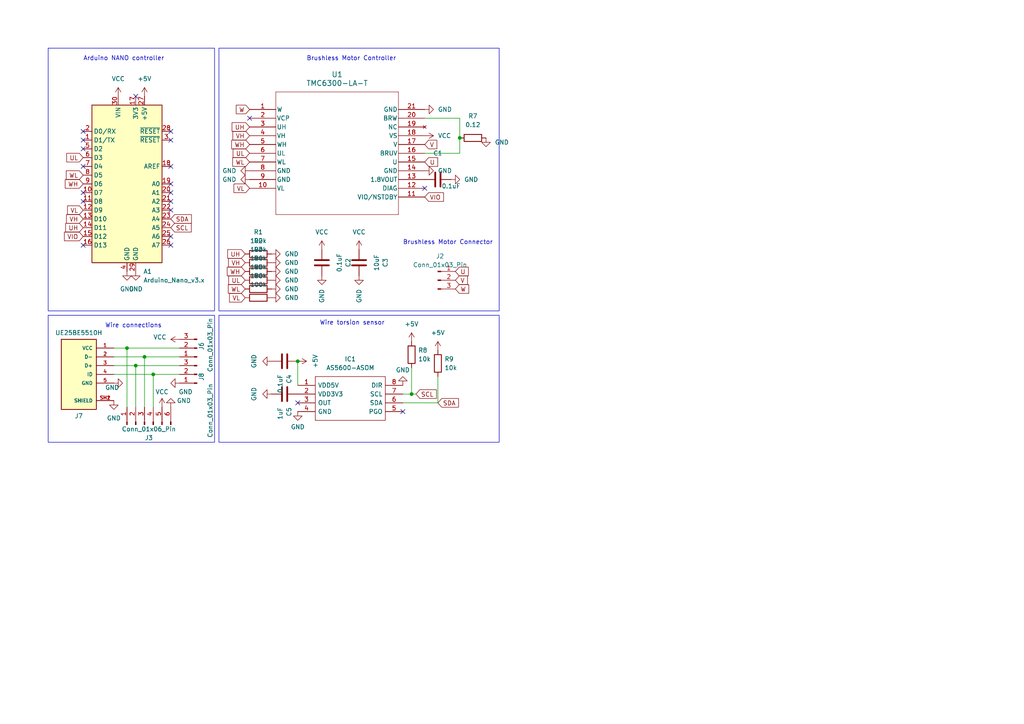
<source format=kicad_sch>
(kicad_sch (version 20230121) (generator eeschema)
  (paper "A4")
  (lib_symbols
    (symbol "AS5600-ASOM:AS5600-ASOM" (pin_names (offset 0.762))
      (property "Reference" "IC" (at 26.67 7.62 0))
      (property "Value" "AS5600-ASOM" (at 26.67 5.08 0))
      (symbol "AS5600-ASOM_0_0"
        (pin passive line (at 0 0 0) (length 5.08) (name "VDD5V") (number "1"))
        (pin passive line (at 0 -2.54 0) (length 5.08) (name "VDD3V3") (number "2"))
        (pin passive line (at 0 -5.08 0) (length 5.08) (name "OUT") (number "3"))
        (pin passive line (at 0 -7.62 0) (length 5.08) (name "GND") (number "4"))
        (pin passive line (at 30.48 -7.62 180) (length 5.08) (name "PGO") (number "5"))
        (pin passive line (at 30.48 -5.08 180) (length 5.08) (name "SDA") (number "6"))
        (pin passive line (at 30.48 -2.54 180) (length 5.08) (name "SCL") (number "7"))
        (pin passive line (at 30.48 0 180) (length 5.08) (name "DIR") (number "8"))
      )
      (symbol "AS5600-ASOM_0_1"
        (polyline (pts (xy 5.08 2.54) (xy 25.4 2.54) (xy 25.4 -10.16) (xy 5.08 -10.16) (xy 5.08 2.54)) (stroke (width 0.1524)))
      )
    )
    (symbol "Connector:Conn_01x03_Pin" (pin_names (offset 1.016) hide)
      (property "Reference" "J" (at 0 5.08 0))
      (property "Value" "Conn_01x03_Pin" (at 0 -5.08 0))
      (symbol "Conn_01x03_Pin_1_1"
        (polyline (pts (xy 1.27 -2.54) (xy 0.8636 -2.54)) (stroke (width 0.1524)))
        (polyline (pts (xy 1.27 0) (xy 0.8636 0)) (stroke (width 0.1524)))
        (polyline (pts (xy 1.27 2.54) (xy 0.8636 2.54)) (stroke (width 0.1524)))
        (rectangle (start 0.8636 -2.413) (end 0 -2.667) (stroke (width 0.1524)) (fill (type outline)))
        (rectangle (start 0.8636 0.127) (end 0 -0.127) (stroke (width 0.1524)) (fill (type outline)))
        (rectangle (start 0.8636 2.667) (end 0 2.413) (stroke (width 0.1524)) (fill (type outline)))
        (pin passive line (at 5.08 2.54 180) (length 3.81) (name "Pin_1") (number "1"))
        (pin passive line (at 5.08 0 180) (length 3.81) (name "Pin_2") (number "2"))
        (pin passive line (at 5.08 -2.54 180) (length 3.81) (name "Pin_3") (number "3"))
      )
    )
    (symbol "Connector:Conn_01x06_Pin" (pin_names (offset 1.016) hide)
      (property "Reference" "J" (at 0 7.62 0))
      (property "Value" "Conn_01x06_Pin" (at 0 -10.16 0))
      (symbol "Conn_01x06_Pin_1_1"
        (polyline (pts (xy 1.27 -7.62) (xy 0.8636 -7.62)) (stroke (width 0.1524)))
        (polyline (pts (xy 1.27 -5.08) (xy 0.8636 -5.08)) (stroke (width 0.1524)))
        (polyline (pts (xy 1.27 -2.54) (xy 0.8636 -2.54)) (stroke (width 0.1524)))
        (polyline (pts (xy 1.27 0) (xy 0.8636 0)) (stroke (width 0.1524)))
        (polyline (pts (xy 1.27 2.54) (xy 0.8636 2.54)) (stroke (width 0.1524)))
        (polyline (pts (xy 1.27 5.08) (xy 0.8636 5.08)) (stroke (width 0.1524)))
        (rectangle (start 0.8636 -7.493) (end 0 -7.747) (stroke (width 0.1524)) (fill (type outline)))
        (rectangle (start 0.8636 -4.953) (end 0 -5.207) (stroke (width 0.1524)) (fill (type outline)))
        (rectangle (start 0.8636 -2.413) (end 0 -2.667) (stroke (width 0.1524)) (fill (type outline)))
        (rectangle (start 0.8636 0.127) (end 0 -0.127) (stroke (width 0.1524)) (fill (type outline)))
        (rectangle (start 0.8636 2.667) (end 0 2.413) (stroke (width 0.1524)) (fill (type outline)))
        (rectangle (start 0.8636 5.207) (end 0 4.953) (stroke (width 0.1524)) (fill (type outline)))
        (pin passive line (at 5.08 5.08 180) (length 3.81) (name "Pin_1") (number "1"))
        (pin passive line (at 5.08 2.54 180) (length 3.81) (name "Pin_2") (number "2"))
        (pin passive line (at 5.08 0 180) (length 3.81) (name "Pin_3") (number "3"))
        (pin passive line (at 5.08 -2.54 180) (length 3.81) (name "Pin_4") (number "4"))
        (pin passive line (at 5.08 -5.08 180) (length 3.81) (name "Pin_5") (number "5"))
        (pin passive line (at 5.08 -7.62 180) (length 3.81) (name "Pin_6") (number "6"))
      )
    )
    (symbol "Device:C" (pin_numbers hide) (pin_names (offset 0.254))
      (property "Reference" "C" (at 0.635 2.54 0))
      (property "Value" "C" (at 0.635 -2.54 0))
      (symbol "C_0_1"
        (polyline (pts (xy -2.032 -0.762) (xy 2.032 -0.762)) (stroke (width 0.508)))
        (polyline (pts (xy -2.032 0.762) (xy 2.032 0.762)) (stroke (width 0.508)))
      )
      (symbol "C_1_1"
        (pin passive line (at 0 3.81 270) (length 2.794) (name "~") (number "1"))
        (pin passive line (at 0 -3.81 90) (length 2.794) (name "~") (number "2"))
      )
    )
    (symbol "Device:R" (pin_numbers hide) (pin_names (offset 0))
      (property "Reference" "R" (at 2.032 0 90))
      (property "Value" "R" (at 0 0 90))
      (symbol "R_0_1"
        (rectangle (start -1.016 -2.54) (end 1.016 2.54) (stroke (width 0.254)))
      )
      (symbol "R_1_1"
        (pin passive line (at 0 3.81 270) (length 1.27) (name "~") (number "1"))
        (pin passive line (at 0 -3.81 90) (length 1.27) (name "~") (number "2"))
      )
    )
    (symbol "MCU_Module:Arduino_Nano_v3.x"
      (property "Reference" "A" (at -10.16 23.495 0))
      (property "Value" "Arduino_Nano_v3.x" (at 5.08 -24.13 0))
      (symbol "Arduino_Nano_v3.x_0_1"
        (rectangle (start -10.16 22.86) (end 10.16 -22.86) (stroke (width 0.254)) (fill (type background)))
      )
      (symbol "Arduino_Nano_v3.x_1_1"
        (pin bidirectional line (at -12.7 12.7 0) (length 2.54) (name "D1/TX") (number "1"))
        (pin bidirectional line (at -12.7 -2.54 0) (length 2.54) (name "D7") (number "10"))
        (pin bidirectional line (at -12.7 -5.08 0) (length 2.54) (name "D8") (number "11"))
        (pin bidirectional line (at -12.7 -7.62 0) (length 2.54) (name "D9") (number "12"))
        (pin bidirectional line (at -12.7 -10.16 0) (length 2.54) (name "D10") (number "13"))
        (pin bidirectional line (at -12.7 -12.7 0) (length 2.54) (name "D11") (number "14"))
        (pin bidirectional line (at -12.7 -15.24 0) (length 2.54) (name "D12") (number "15"))
        (pin bidirectional line (at -12.7 -17.78 0) (length 2.54) (name "D13") (number "16"))
        (pin power_out line (at 2.54 25.4 270) (length 2.54) (name "3V3") (number "17"))
        (pin input line (at 12.7 5.08 180) (length 2.54) (name "AREF") (number "18"))
        (pin bidirectional line (at 12.7 0 180) (length 2.54) (name "A0") (number "19"))
        (pin bidirectional line (at -12.7 15.24 0) (length 2.54) (name "D0/RX") (number "2"))
        (pin bidirectional line (at 12.7 -2.54 180) (length 2.54) (name "A1") (number "20"))
        (pin bidirectional line (at 12.7 -5.08 180) (length 2.54) (name "A2") (number "21"))
        (pin bidirectional line (at 12.7 -7.62 180) (length 2.54) (name "A3") (number "22"))
        (pin bidirectional line (at 12.7 -10.16 180) (length 2.54) (name "A4") (number "23"))
        (pin bidirectional line (at 12.7 -12.7 180) (length 2.54) (name "A5") (number "24"))
        (pin bidirectional line (at 12.7 -15.24 180) (length 2.54) (name "A6") (number "25"))
        (pin bidirectional line (at 12.7 -17.78 180) (length 2.54) (name "A7") (number "26"))
        (pin power_out line (at 5.08 25.4 270) (length 2.54) (name "+5V") (number "27"))
        (pin input line (at 12.7 15.24 180) (length 2.54) (name "~{RESET}") (number "28"))
        (pin power_in line (at 2.54 -25.4 90) (length 2.54) (name "GND") (number "29"))
        (pin input line (at 12.7 12.7 180) (length 2.54) (name "~{RESET}") (number "3"))
        (pin power_in line (at -2.54 25.4 270) (length 2.54) (name "VIN") (number "30"))
        (pin power_in line (at 0 -25.4 90) (length 2.54) (name "GND") (number "4"))
        (pin bidirectional line (at -12.7 10.16 0) (length 2.54) (name "D2") (number "5"))
        (pin bidirectional line (at -12.7 7.62 0) (length 2.54) (name "D3") (number "6"))
        (pin bidirectional line (at -12.7 5.08 0) (length 2.54) (name "D4") (number "7"))
        (pin bidirectional line (at -12.7 2.54 0) (length 2.54) (name "D5") (number "8"))
        (pin bidirectional line (at -12.7 0 0) (length 2.54) (name "D6") (number "9"))
      )
    )
    (symbol "TMC6300:TMC6300-LA-T" (pin_names (offset 0.254))
      (property "Reference" "U" (at 25.4 10.16 0))
      (property "Value" "TMC6300-LA-T" (at 25.4 7.62 0))
      (symbol "TMC6300-LA-T_0_1"
        (polyline (pts (xy 7.62 -30.48) (xy 43.18 -30.48)) (stroke (width 0.127)))
        (polyline (pts (xy 7.62 5.08) (xy 7.62 -30.48)) (stroke (width 0.127)))
        (polyline (pts (xy 43.18 -30.48) (xy 43.18 5.08)) (stroke (width 0.127)))
        (polyline (pts (xy 43.18 5.08) (xy 7.62 5.08)) (stroke (width 0.127)))
        (pin output line (at 0 0 0) (length 7.62) (name "W") (number "1"))
        (pin input line (at 0 -22.86 0) (length 7.62) (name "VL") (number "10"))
        (pin power_in line (at 50.8 -25.4 180) (length 7.62) (name "VIO/NSTDBY") (number "11"))
        (pin output line (at 50.8 -22.86 180) (length 7.62) (name "DIAG") (number "12"))
        (pin power_in line (at 50.8 -20.32 180) (length 7.62) (name "1.8VOUT") (number "13"))
        (pin power_out line (at 50.8 -17.78 180) (length 7.62) (name "GND") (number "14"))
        (pin output line (at 50.8 -15.24 180) (length 7.62) (name "U") (number "15"))
        (pin unspecified line (at 50.8 -12.7 180) (length 7.62) (name "BRUV") (number "16"))
        (pin output line (at 50.8 -10.16 180) (length 7.62) (name "V") (number "17"))
        (pin power_in line (at 50.8 -7.62 180) (length 7.62) (name "VS") (number "18"))
        (pin no_connect line (at 50.8 -5.08 180) (length 7.62) (name "NC") (number "19"))
        (pin power_in line (at 0 -2.54 0) (length 7.62) (name "VCP") (number "2"))
        (pin unspecified line (at 50.8 -2.54 180) (length 7.62) (name "BRW") (number "20"))
        (pin power_out line (at 50.8 0 180) (length 7.62) (name "GND") (number "21"))
        (pin input line (at 0 -5.08 0) (length 7.62) (name "UH") (number "3"))
        (pin input line (at 0 -7.62 0) (length 7.62) (name "VH") (number "4"))
        (pin input line (at 0 -10.16 0) (length 7.62) (name "WH") (number "5"))
        (pin input line (at 0 -12.7 0) (length 7.62) (name "UL") (number "6"))
        (pin input line (at 0 -15.24 0) (length 7.62) (name "WL") (number "7"))
        (pin power_out line (at 0 -17.78 0) (length 7.62) (name "GND") (number "8"))
        (pin power_out line (at 0 -20.32 0) (length 7.62) (name "GND") (number "9"))
      )
    )
    (symbol "USBMini:UE25BE5510H" (pin_names (offset 1.016))
      (property "Reference" "J" (at -5.08 10.922 0))
      (property "Value" "UE25BE5510H" (at -5.08 -12.7 0))
      (symbol "UE25BE5510H_0_0"
        (rectangle (start -5.08 -10.16) (end 5.08 10.16) (stroke (width 0.254)) (fill (type background)))
        (pin power_in line (at -10.16 7.62 0) (length 5.08) (name "VCC") (number "1"))
        (pin bidirectional line (at -10.16 5.08 0) (length 5.08) (name "D-") (number "2"))
        (pin bidirectional line (at -10.16 2.54 0) (length 5.08) (name "D+") (number "3"))
        (pin passive line (at -10.16 0 0) (length 5.08) (name "ID") (number "4"))
        (pin power_in line (at -10.16 -2.54 0) (length 5.08) (name "GND") (number "5"))
        (pin passive line (at -10.16 -7.62 0) (length 5.08) (name "SHIELD") (number "SH1"))
        (pin passive line (at -10.16 -7.62 0) (length 5.08) (name "SHIELD") (number "SH2"))
      )
    )
    (symbol "power:+5V" (power) (pin_names (offset 0))
      (property "Value" "+5V" (at 0 3.556 0))
      (symbol "+5V_0_1"
        (polyline (pts (xy -0.762 1.27) (xy 0 2.54)))
        (polyline (pts (xy 0 0) (xy 0 2.54)))
        (polyline (pts (xy 0 2.54) (xy 0.762 1.27)))
      )
      (symbol "+5V_1_1"
        (pin power_in line (at 0 0 90) (length 0) hide (name "+5V") (number "1"))
      )
    )
    (symbol "power:GND" (power) (pin_names (offset 0))
      (property "Value" "GND" (at 0 -3.81 0))
      (symbol "GND_0_1"
        (polyline (pts (xy 0 0) (xy 0 -1.27) (xy 1.27 -1.27) (xy 0 -2.54) (xy -1.27 -1.27) (xy 0 -1.27)))
      )
      (symbol "GND_1_1"
        (pin power_in line (at 0 0 270) (length 0) hide (name "GND") (number "1"))
      )
    )
    (symbol "power:VCC" (power) (pin_names (offset 0))
      (property "Value" "VCC" (at 0 3.81 0))
      (symbol "VCC_0_1"
        (polyline (pts (xy -0.762 1.27) (xy 0 2.54)))
        (polyline (pts (xy 0 0) (xy 0 2.54)))
        (polyline (pts (xy 0 2.54) (xy 0.762 1.27)))
      )
      (symbol "VCC_1_1"
        (pin power_in line (at 0 0 90) (length 0) hide (name "VCC") (number "1"))
      )
    )
  )
  (junction (at 86.36 104.775))
  (junction (at 39.37 106.045))
  (junction (at 36.83 100.965))
  (junction (at 119.38 114.3))
  (junction (at 41.91 103.505))
  (junction (at 133.35 40.005))
  (junction (at 44.45 108.585))
  (no_connect (at 49.53 60.96))
  (no_connect (at 39.37 27.94))
  (no_connect (at 49.53 58.42))
  (no_connect (at 24.13 40.64))
  (no_connect (at 86.36 116.84))
  (no_connect (at 24.13 48.26))
  (no_connect (at 24.13 71.12))
  (no_connect (at 24.13 58.42))
  (no_connect (at 24.13 55.88))
  (no_connect (at 49.53 71.12))
  (no_connect (at 49.53 53.34))
  (no_connect (at 116.84 119.38))
  (no_connect (at 49.53 55.88))
  (no_connect (at 24.13 38.1))
  (no_connect (at 123.19 54.61))
  (no_connect (at 49.53 68.58))
  (no_connect (at 49.53 40.64))
  (no_connect (at 49.53 48.26))
  (no_connect (at 72.39 34.29))
  (no_connect (at 24.13 43.18))
  (no_connect (at 49.53 38.1))
  (wire (pts (xy 44.45 108.585) (xy 52.07 108.585)))
  (wire (pts (xy 36.83 100.965) (xy 36.83 118.11)))
  (wire (pts (xy 39.37 106.045) (xy 39.37 118.11)))
  (wire (pts (xy 44.45 108.585) (xy 44.45 118.11)))
  (wire (pts (xy 133.35 34.29) (xy 133.35 40.005)))
  (wire (pts (xy 39.37 106.045) (xy 52.07 106.045)))
  (wire (pts (xy 36.83 100.965) (xy 52.07 100.965)))
  (wire (pts (xy 33.02 108.585) (xy 44.45 108.585)))
  (wire (pts (xy 33.02 100.965) (xy 36.83 100.965)))
  (wire (pts (xy 123.19 34.29) (xy 133.35 34.29)))
  (wire (pts (xy 119.38 106.68) (xy 119.38 114.3)))
  (wire (pts (xy 133.35 40.005) (xy 133.35 44.45)))
  (wire (pts (xy 33.02 103.505) (xy 41.91 103.505)))
  (wire (pts (xy 127 116.84) (xy 116.84 116.84)))
  (wire (pts (xy 119.38 114.3) (xy 120.65 114.3)))
  (wire (pts (xy 41.91 118.11) (xy 41.91 103.505)))
  (wire (pts (xy 127 109.22) (xy 127 116.84)))
  (wire (pts (xy 86.36 104.775) (xy 86.36 111.76)))
  (wire (pts (xy 116.84 114.3) (xy 119.38 114.3)))
  (wire (pts (xy 133.35 44.45) (xy 123.19 44.45)))
  (wire (pts (xy 33.02 106.045) (xy 39.37 106.045)))
  (wire (pts (xy 41.91 103.505) (xy 52.07 103.505)))
  (rectangle (start 63.5 91.44) (end 144.78 128.27))
  (rectangle (start 13.97 91.44) (end 62.23 128.27))
  (rectangle (start 13.97 13.97) (end 62.23 90.17))
  (rectangle (start 63.5 13.97) (end 144.78 90.17))
  (text "Arduino NANO controller" (at 24.13 17.78 0) (effects (font (size 1.27 1.27)) (justify left bottom)))
  (text "Wire connections\n" (at 30.48 95.25 0) (effects (font (size 1.27 1.27)) (justify left bottom)))
  (text "Brushless Motor Controller" (at 88.9 17.78 0) (effects (font (size 1.27 1.27)) (justify left bottom)))
  (text "Wire torsion sensor\n\n" (at 92.71 96.52 0) (effects (font (size 1.27 1.27)) (justify left bottom)))
  (text "Brushless Motor Connector\n" (at 116.84 71.12 0) (effects (font (size 1.27 1.27)) (justify left bottom)))
  (global_label "WL" (shape input) (at 24.13 50.8 180) (property "Intersheetrefs" "${INTERSHEET_REFS}" (effects hide)))
  (global_label "VL" (shape input) (at 71.12 86.36 180) (property "Intersheetrefs" "${INTERSHEET_REFS}" (effects hide)))
  (global_label "WL" (shape input) (at 71.12 83.82 180) (property "Intersheetrefs" "${INTERSHEET_REFS}" (effects hide)))
  (global_label "V" (shape input) (at 123.19 41.91 0) (property "Intersheetrefs" "${INTERSHEET_REFS}" (effects hide)))
  (global_label "UH" (shape input) (at 72.39 36.83 180) (property "Intersheetrefs" "${INTERSHEET_REFS}" (effects hide)))
  (global_label "UH" (shape input) (at 24.13 66.04 180) (property "Intersheetrefs" "${INTERSHEET_REFS}" (effects hide)))
  (global_label "W" (shape input) (at 72.39 31.75 180) (property "Intersheetrefs" "${INTERSHEET_REFS}" (effects hide)))
  (global_label "WH" (shape input) (at 71.12 78.74 180) (property "Intersheetrefs" "${INTERSHEET_REFS}" (effects hide)))
  (global_label "UL" (shape input) (at 71.12 81.28 180) (property "Intersheetrefs" "${INTERSHEET_REFS}" (effects hide)))
  (global_label "UL" (shape input) (at 24.13 45.72 180) (property "Intersheetrefs" "${INTERSHEET_REFS}" (effects hide)))
  (global_label "WH" (shape input) (at 24.13 53.34 180) (property "Intersheetrefs" "${INTERSHEET_REFS}" (effects hide)))
  (global_label "VL" (shape input) (at 72.39 54.61 180) (property "Intersheetrefs" "${INTERSHEET_REFS}" (effects hide)))
  (global_label "SDA" (shape input) (at 127 116.84 0) (property "Intersheetrefs" "${INTERSHEET_REFS}" (effects hide)))
  (global_label "SCL" (shape input) (at 120.65 114.3 0) (property "Intersheetrefs" "${INTERSHEET_REFS}" (effects hide)))
  (global_label "V" (shape input) (at 132.08 81.28 0) (property "Intersheetrefs" "${INTERSHEET_REFS}" (effects hide)))
  (global_label "SDA" (shape input) (at 49.53 63.5 0) (property "Intersheetrefs" "${INTERSHEET_REFS}" (effects hide)))
  (global_label "UL" (shape input) (at 72.39 44.45 180) (property "Intersheetrefs" "${INTERSHEET_REFS}" (effects hide)))
  (global_label "WL" (shape input) (at 72.39 46.99 180) (property "Intersheetrefs" "${INTERSHEET_REFS}" (effects hide)))
  (global_label "VH" (shape input) (at 71.12 76.2 180) (property "Intersheetrefs" "${INTERSHEET_REFS}" (effects hide)))
  (global_label "VIO" (shape input) (at 123.19 57.15 0) (property "Intersheetrefs" "${INTERSHEET_REFS}" (effects hide)))
  (global_label "VIO" (shape input) (at 24.13 68.58 180) (property "Intersheetrefs" "${INTERSHEET_REFS}" (effects hide)))
  (global_label "VH" (shape input) (at 72.39 39.37 180) (property "Intersheetrefs" "${INTERSHEET_REFS}" (effects hide)))
  (global_label "W" (shape input) (at 132.08 83.82 0) (property "Intersheetrefs" "${INTERSHEET_REFS}" (effects hide)))
  (global_label "SCL" (shape input) (at 49.53 66.04 0) (property "Intersheetrefs" "${INTERSHEET_REFS}" (effects hide)))
  (global_label "UH" (shape input) (at 71.12 73.66 180) (property "Intersheetrefs" "${INTERSHEET_REFS}" (effects hide)))
  (global_label "U" (shape input) (at 123.19 46.99 0) (property "Intersheetrefs" "${INTERSHEET_REFS}" (effects hide)))
  (global_label "U" (shape input) (at 132.08 78.74 0) (property "Intersheetrefs" "${INTERSHEET_REFS}" (effects hide)))
  (global_label "WH" (shape input) (at 72.39 41.91 180) (property "Intersheetrefs" "${INTERSHEET_REFS}" (effects hide)))
  (global_label "VL" (shape input) (at 24.13 60.96 180) (property "Intersheetrefs" "${INTERSHEET_REFS}" (effects hide)))
  (global_label "VH" (shape input) (at 24.13 63.5 180) (property "Intersheetrefs" "${INTERSHEET_REFS}" (effects hide)))
  (symbol (lib_id "Device:C") (at 82.55 114.3 270) (unit 1)
    (property "Reference" "C5" (at 83.82 118.11 0) (effects (justify left)))
    (property "Value" "1uF" (at 81.28 118.11 0) (effects (justify left)))
    (property "Footprint" "Capacitor_SMD:C_0805_2012Metric" (effects hide))
  )
  (symbol (lib_id "Device:R") (at 74.93 76.2 90) (unit 1)
    (property "Reference" "R2" (at 74.93 69.85 90))
    (property "Value" "100k" (at 74.93 72.39 90))
    (property "Footprint" "Resistor_SMD:R_0805_2012Metric" (effects hide))
  )
  (symbol (lib_id "power:VCC") (at 104.14 72.39 0) (unit 1)
    (property "Reference" "#PWR025" (effects hide))
    (property "Value" "VCC" (at 104.14 67.31 0))
  )
  (symbol (lib_id "power:VCC") (at 123.19 39.37 270) (unit 1)
    (property "Reference" "#PWR020" (effects hide))
    (property "Value" "VCC" (at 127 39.37 90) (effects (justify left)))
  )
  (symbol (lib_id "power:+5V") (at 41.91 27.94 0) (unit 1)
    (property "Reference" "#PWR027" (effects hide))
    (property "Value" "+5V" (at 41.91 22.86 0))
  )
  (symbol (lib_id "MCU_Module:Arduino_Nano_v3.x") (at 36.83 53.34 0) (unit 1)
    (property "Reference" "A1" (at 41.5641 78.74 0) (effects (justify left)))
    (property "Value" "Arduino_Nano_v3.x" (at 41.5641 81.28 0) (effects (justify left)))
    (property "Footprint" "EveryNano:Arduino_Nano_pads" (effects hide))
    (property "Datasheet" "http://www.mouser.com/pdfdocs/Gravitech_Arduino_Nano3_0.pdf" (effects hide))
  )
  (symbol (lib_id "Device:C") (at 93.345 76.2 0) (unit 1)
    (property "Reference" "C2" (at 100.965 76.2 90))
    (property "Value" "0.1uF" (at 98.425 76.2 90))
    (property "Footprint" "Capacitor_SMD:C_0805_2012Metric" (effects hide))
  )
  (symbol (lib_id "Device:R") (at 127 105.41 180) (unit 1)
    (property "Reference" "R9" (at 128.905 104.14 0) (effects (justify right)))
    (property "Value" "10k" (at 128.905 106.68 0) (effects (justify right)))
    (property "Footprint" "Resistor_SMD:R_0805_2012Metric" (effects hide))
  )
  (symbol (lib_id "power:GND") (at 78.74 73.66 90) (unit 1)
    (property "Reference" "#PWR010" (effects hide))
    (property "Value" "GND" (at 82.55 73.66 90) (effects (justify right)))
  )
  (symbol (lib_id "power:GND") (at 104.14 80.01 0) (unit 1)
    (property "Reference" "#PWR023" (effects hide))
    (property "Value" "GND" (at 104.14 83.82 90) (effects (justify right)))
  )
  (symbol (lib_id "power:GND") (at 78.74 114.3 270) (unit 1)
    (property "Reference" "#PWR030" (effects hide))
    (property "Value" "GND" (at 73.66 114.3 0))
  )
  (symbol (lib_id "Device:C") (at 127 52.07 90) (unit 1)
    (property "Reference" "C1" (at 127 44.45 90))
    (property "Value" "0.1uF" (at 130.81 53.975 90))
    (property "Footprint" "Capacitor_SMD:C_0805_2012Metric" (effects hide))
  )
  (symbol (lib_id "power:GND") (at 78.74 78.74 90) (unit 1)
    (property "Reference" "#PWR012" (effects hide))
    (property "Value" "GND" (at 82.55 78.74 90) (effects (justify right)))
  )
  (symbol (lib_id "Device:R") (at 137.16 40.005 90) (unit 1)
    (property "Reference" "R7" (at 137.16 33.655 90))
    (property "Value" "0.12" (at 137.16 36.195 90))
    (property "Footprint" "Resistor_SMD:R_0805_2012Metric" (effects hide))
  )
  (symbol (lib_id "Device:R") (at 74.93 81.28 90) (unit 1)
    (property "Reference" "R4" (at 74.93 74.93 90))
    (property "Value" "100k" (at 74.93 77.47 90))
    (property "Footprint" "Resistor_SMD:R_0805_2012Metric" (effects hide))
  )
  (symbol (lib_id "Device:C") (at 104.14 76.2 0) (unit 1)
    (property "Reference" "C3" (at 111.76 76.2 90))
    (property "Value" "10uF" (at 109.22 76.2 90))
    (property "Footprint" "Capacitor_SMD:C_0805_2012Metric" (effects hide))
  )
  (symbol (lib_id "power:GND") (at 86.36 119.38 0) (unit 1)
    (property "Reference" "#PWR034" (effects hide))
    (property "Value" "GND" (at 86.36 123.825 0))
  )
  (symbol (lib_id "power:GND") (at 123.19 31.75 90) (unit 1)
    (property "Reference" "#PWR018" (effects hide))
    (property "Value" "GND" (at 127 31.75 90) (effects (justify right)))
  )
  (symbol (lib_id "power:GND") (at 52.07 111.125 270) (unit 1)
    (property "Reference" "#PWR04" (effects hide))
    (property "Value" "GND" (at 55.88 113.665 90) (effects (justify right)))
  )
  (symbol (lib_id "Device:R") (at 74.93 83.82 90) (unit 1)
    (property "Reference" "R5" (at 74.93 77.47 90))
    (property "Value" "100k" (at 74.93 80.01 90))
    (property "Footprint" "Resistor_SMD:R_0805_2012Metric" (effects hide))
  )
  (symbol (lib_id "power:+5V") (at 86.36 104.775 270) (unit 1)
    (property "Reference" "#PWR028" (effects hide))
    (property "Value" "+5V" (at 91.44 104.775 0))
  )
  (symbol (lib_id "Connector:Conn_01x03_Pin") (at 57.15 108.585 180) (unit 1)
    (property "Reference" "J8" (at 58.42 110.49 90) (effects (justify right)))
    (property "Value" "Conn_01x03_Pin" (at 60.96 127 90) (effects (justify right)))
    (property "Footprint" "Connector_Wire:SolderWire-1sqmm_1x03_P5.4mm_D1.4mm_OD2.7mm" (effects hide))
  )
  (symbol (lib_id "power:GND") (at 36.83 78.74 0) (unit 1)
    (property "Reference" "#PWR06" (effects hide))
    (property "Value" "GND" (at 36.83 83.82 0))
  )
  (symbol (lib_id "power:GND") (at 78.74 81.28 90) (unit 1)
    (property "Reference" "#PWR013" (effects hide))
    (property "Value" "GND" (at 82.55 81.28 90) (effects (justify right)))
  )
  (symbol (lib_id "power:GND") (at 78.74 86.36 90) (unit 1)
    (property "Reference" "#PWR015" (effects hide))
    (property "Value" "GND" (at 82.55 86.36 90) (effects (justify right)))
  )
  (symbol (lib_id "power:GND") (at 93.345 80.01 0) (unit 1)
    (property "Reference" "#PWR024" (effects hide))
    (property "Value" "GND" (at 93.345 83.82 90) (effects (justify right)))
  )
  (symbol (lib_id "power:GND") (at 33.02 116.205 0) (unit 1)
    (property "Reference" "#PWR09" (effects hide))
    (property "Value" "GND" (at 33.02 121.285 0))
  )
  (symbol (lib_id "power:GND") (at 72.39 52.07 270) (unit 1)
    (property "Reference" "#PWR017" (effects hide))
    (property "Value" "GND" (at 68.58 52.07 90) (effects (justify right)))
  )
  (symbol (lib_id "Connector:Conn_01x03_Pin") (at 127 81.28 0) (unit 1)
    (property "Reference" "J2" (at 127.635 74.295 0))
    (property "Value" "Conn_01x03_Pin" (at 127.635 76.835 0))
    (property "Footprint" "Connector_PinSocket_1.27mm:PinSocket_1x03_P1.27mm_Vertical" (effects hide))
  )
  (symbol (lib_id "power:GND") (at 116.84 111.76 180) (unit 1)
    (property "Reference" "#PWR033" (effects hide))
    (property "Value" "GND" (at 116.84 107.315 0))
  )
  (symbol (lib_id "power:+5V") (at 127 101.6 0) (unit 1)
    (property "Reference" "#PWR032" (effects hide))
    (property "Value" "+5V" (at 127 96.52 0))
  )
  (symbol (lib_id "power:VCC") (at 93.345 72.39 0) (unit 1)
    (property "Reference" "#PWR026" (effects hide))
    (property "Value" "VCC" (at 93.345 67.31 0))
  )
  (symbol (lib_id "power:VCC") (at 34.29 27.94 0) (unit 1)
    (property "Reference" "#PWR02" (effects hide))
    (property "Value" "VCC" (at 34.29 22.86 0))
  )
  (symbol (lib_id "power:GND") (at 49.53 118.11 180) (unit 1)
    (property "Reference" "#PWR03" (effects hide))
    (property "Value" "GND" (at 53.34 116.205 0))
  )
  (symbol (lib_id "power:GND") (at 39.37 78.74 0) (unit 1)
    (property "Reference" "#PWR07" (effects hide))
    (property "Value" "GND" (at 39.37 83.82 0))
  )
  (symbol (lib_id "power:GND") (at 130.81 52.07 90) (unit 1)
    (property "Reference" "#PWR021" (effects hide))
    (property "Value" "GND" (at 134.62 52.07 90) (effects (justify right)))
  )
  (symbol (lib_id "Device:C") (at 82.55 104.775 270) (unit 1)
    (property "Reference" "C4" (at 83.82 108.585 0) (effects (justify left)))
    (property "Value" "0.1uF" (at 81.28 108.585 0) (effects (justify left)))
    (property "Footprint" "Capacitor_SMD:C_0805_2012Metric" (effects hide))
  )
  (symbol (lib_id "power:GND") (at 78.74 76.2 90) (unit 1)
    (property "Reference" "#PWR011" (effects hide))
    (property "Value" "GND" (at 82.55 76.2 90) (effects (justify right)))
  )
  (symbol (lib_id "power:GND") (at 33.02 111.125 90) (unit 1)
    (property "Reference" "#PWR08" (effects hide))
    (property "Value" "GND" (at 30.48 112.395 90) (effects (justify right)))
  )
  (symbol (lib_id "Device:R") (at 74.93 78.74 90) (unit 1)
    (property "Reference" "R3" (at 74.93 72.39 90))
    (property "Value" "100k" (at 74.93 74.93 90))
    (property "Footprint" "Resistor_SMD:R_0805_2012Metric" (effects hide))
  )
  (symbol (lib_id "power:GND") (at 140.97 40.005 0) (unit 1)
    (property "Reference" "#PWR022" (effects hide))
    (property "Value" "GND" (at 143.51 41.275 0) (effects (justify left)))
  )
  (symbol (lib_id "Device:R") (at 74.93 86.36 90) (unit 1)
    (property "Reference" "R6" (at 74.93 80.01 90))
    (property "Value" "100k" (at 74.93 82.55 90))
    (property "Footprint" "Resistor_SMD:R_0805_2012Metric" (effects hide))
  )
  (symbol (lib_id "Connector:Conn_01x03_Pin") (at 57.15 100.965 180) (unit 1)
    (property "Reference" "J6" (at 58.42 101.6 90) (effects (justify right)))
    (property "Value" "Conn_01x03_Pin" (at 60.96 107.95 90) (effects (justify right)))
    (property "Footprint" "Connector_Wire:SolderWire-1sqmm_1x03_P5.4mm_D1.4mm_OD2.7mm" (effects hide))
  )
  (symbol (lib_id "TMC6300:TMC6300-LA-T") (at 72.39 31.75 0) (unit 1)
    (property "Reference" "U1" (at 97.79 21.59 0) (effects (font (size 1.524 1.524))))
    (property "Value" "TMC6300-LA-T" (at 97.79 24.13 0) (effects (font (size 1.524 1.524))))
    (property "Footprint" "TMC6300:21-100586_K2033&plus_1C_ADI" (effects hide))
    (property "Datasheet" "TMC6300-LA-T" (effects hide))
  )
  (symbol (lib_id "power:GND") (at 78.74 83.82 90) (unit 1)
    (property "Reference" "#PWR014" (effects hide))
    (property "Value" "GND" (at 82.55 83.82 90) (effects (justify right)))
  )
  (symbol (lib_id "USBMini:UE25BE5510H") (at 22.86 108.585 0) (mirror y) (unit 1)
    (property "Reference" "J7" (at 22.86 120.65 0))
    (property "Value" "UE25BE5510H" (at 22.86 96.52 0))
    (property "Footprint" "USBMini:AMPHENOL_UE25BE5510H" (effects hide))
    (property "MF" "Amphenol ICC (Commercial Products)" (effects hide))
    (property "MAXIMUM_PACKAGE_HEIGHT" "7.7 mm" (effects hide))
    (property "Package" "None" (effects hide))
    (property "Price" "None" (effects hide))
    (property "Check_prices" "https://www.snapeda.com/parts/UE25BE5510H/Amphenol/view-part/?ref=eda" (effects hide))
    (property "STANDARD" "Manufacturer Recommendations" (effects hide))
    (property "PARTREV" "C" (effects hide))
    (property "SnapEDA_Link" "https://www.snapeda.com/parts/UE25BE5510H/Amphenol/view-part/?ref=snap" (effects hide))
    (property "MP" "UE25BE5510H" (effects hide))
    (property "Purchase-URL" "https://www.snapeda.com/api/url_track_click_mouser/?unipart_id=5631742&manufacturer=Amphenol ICC (Commercial Products)&part_name=UE25BE5510H&search_term=None" (effects hide))
    (property "Description" "\nMINI USB B-TYPE RECEPTACLE | Amphenol Commercial (Amphenol CS) UE25BE5510H\n" (effects hide))
    (property "Availability" "In Stock" (effects hide))
    (property "MANUFACTURER" "Amphenol" (effects hide))
  )
  (symbol (lib_id "power:GND") (at 123.19 49.53 90) (unit 1)
    (property "Reference" "#PWR019" (effects hide))
    (property "Value" "GND" (at 127 49.53 90) (effects (justify right)))
  )
  (symbol (lib_id "AS5600-ASOM:AS5600-ASOM") (at 86.36 111.76 0) (unit 1)
    (property "Reference" "IC1" (at 101.6 104.14 0))
    (property "Value" "AS5600-ASOM" (at 101.6 106.68 0))
    (property "Footprint" "AS5600:SOIC127P600X175-8N" (effects hide))
    (property "Datasheet" "https://datasheet.datasheetarchive.com/originals/distributors/DKDS-11/214624.pdf" (effects hide))
    (property "Description" "IC SENSOR MAG ROTARY 12BIT 8SOIC" (effects hide))
    (property "Height" "1.75" (effects hide))
    (property "Mouser Part Number" "985-AS5600-ASOM" (effects hide))
    (property "Mouser Price/Stock" "https://www.mouser.co.uk/ProductDetail/ams/AS5600-ASOM?qs=KTMMzrZdriG6aU1h9lJCUQ%3D%3D" (effects hide))
    (property "Manufacturer_Name" "ams OSRAM" (effects hide))
    (property "Manufacturer_Part_Number" "AS5600-ASOM" (effects hide))
  )
  (symbol (lib_id "power:GND") (at 78.74 104.775 270) (unit 1)
    (property "Reference" "#PWR029" (effects hide))
    (property "Value" "GND" (at 73.66 104.775 0))
  )
  (symbol (lib_id "Device:R") (at 119.38 102.87 180) (unit 1)
    (property "Reference" "R8" (at 121.285 101.6 0) (effects (justify right)))
    (property "Value" "10k" (at 121.285 104.14 0) (effects (justify right)))
    (property "Footprint" "Resistor_SMD:R_0805_2012Metric" (effects hide))
  )
  (symbol (lib_id "Connector:Conn_01x06_Pin") (at 41.91 123.19 90) (unit 1)
    (property "Reference" "J3" (at 43.18 127 90))
    (property "Value" "Conn_01x06_Pin" (at 43.18 124.46 90))
    (property "Footprint" "Connector_Molex:Molex_CLIK-Mate_502382-0670_1x06-1MP_P1.25mm_Vertical" (effects hide))
  )
  (symbol (lib_id "power:+5V") (at 119.38 99.06 0) (unit 1)
    (property "Reference" "#PWR031" (effects hide))
    (property "Value" "+5V" (at 119.38 93.98 0))
  )
  (symbol (lib_id "Device:R") (at 74.93 73.66 90) (unit 1)
    (property "Reference" "R1" (at 74.93 67.31 90))
    (property "Value" "100k" (at 74.93 69.85 90))
    (property "Footprint" "Resistor_SMD:R_0805_2012Metric" (effects hide))
  )
  (symbol (lib_id "power:VCC") (at 52.07 98.425 90) (unit 1)
    (property "Reference" "#PWR05" (effects hide))
    (property "Value" "VCC" (at 44.45 97.79 90) (effects (justify right)))
  )
  (symbol (lib_id "power:GND") (at 72.39 49.53 270) (unit 1)
    (property "Reference" "#PWR016" (effects hide))
    (property "Value" "GND" (at 68.58 49.53 90) (effects (justify right)))
  )
  (symbol (lib_id "power:VCC") (at 46.99 118.11 0) (unit 1)
    (property "Reference" "#PWR01" (effects hide))
    (property "Value" "VCC" (at 46.99 113.665 0))
  )
)
</source>
